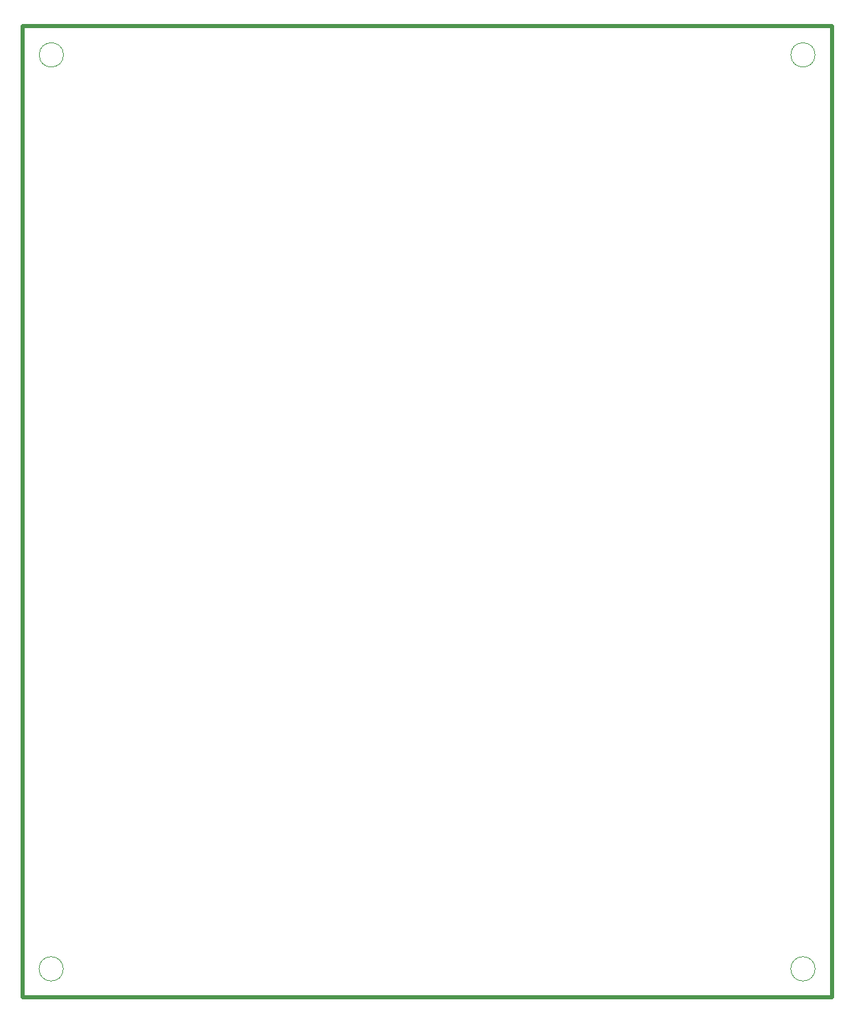
<source format=gm1>
%TF.GenerationSoftware,KiCad,Pcbnew,8.0.1*%
%TF.CreationDate,2024-04-24T10:41:03+02:00*%
%TF.ProjectId,PCB,5043422e-6b69-4636-9164-5f7063625858,v0.1*%
%TF.SameCoordinates,Original*%
%TF.FileFunction,Profile,NP*%
%FSLAX46Y46*%
G04 Gerber Fmt 4.6, Leading zero omitted, Abs format (unit mm)*
G04 Created by KiCad (PCBNEW 8.0.1) date 2024-04-24 10:41:03*
%MOMM*%
%LPD*%
G01*
G04 APERTURE LIST*
%TA.AperFunction,Profile*%
%ADD10C,0.500000*%
%TD*%
%TA.AperFunction,Profile*%
%ADD11C,0.050000*%
%TD*%
G04 APERTURE END LIST*
D10*
X87525000Y-26100000D02*
X187525000Y-26100000D01*
X187525000Y-146100000D01*
X87525000Y-146100000D01*
X87525000Y-26100000D01*
D11*
X185450000Y-142550000D02*
G75*
G02*
X182450000Y-142550000I-1500000J0D01*
G01*
X182450000Y-142550000D02*
G75*
G02*
X185450000Y-142550000I1500000J0D01*
G01*
X92575000Y-142550000D02*
G75*
G02*
X89575000Y-142550000I-1500000J0D01*
G01*
X89575000Y-142550000D02*
G75*
G02*
X92575000Y-142550000I1500000J0D01*
G01*
X92600000Y-29650000D02*
G75*
G02*
X89600000Y-29650000I-1500000J0D01*
G01*
X89600000Y-29650000D02*
G75*
G02*
X92600000Y-29650000I1500000J0D01*
G01*
X185450000Y-29650000D02*
G75*
G02*
X182450000Y-29650000I-1500000J0D01*
G01*
X182450000Y-29650000D02*
G75*
G02*
X185450000Y-29650000I1500000J0D01*
G01*
M02*

</source>
